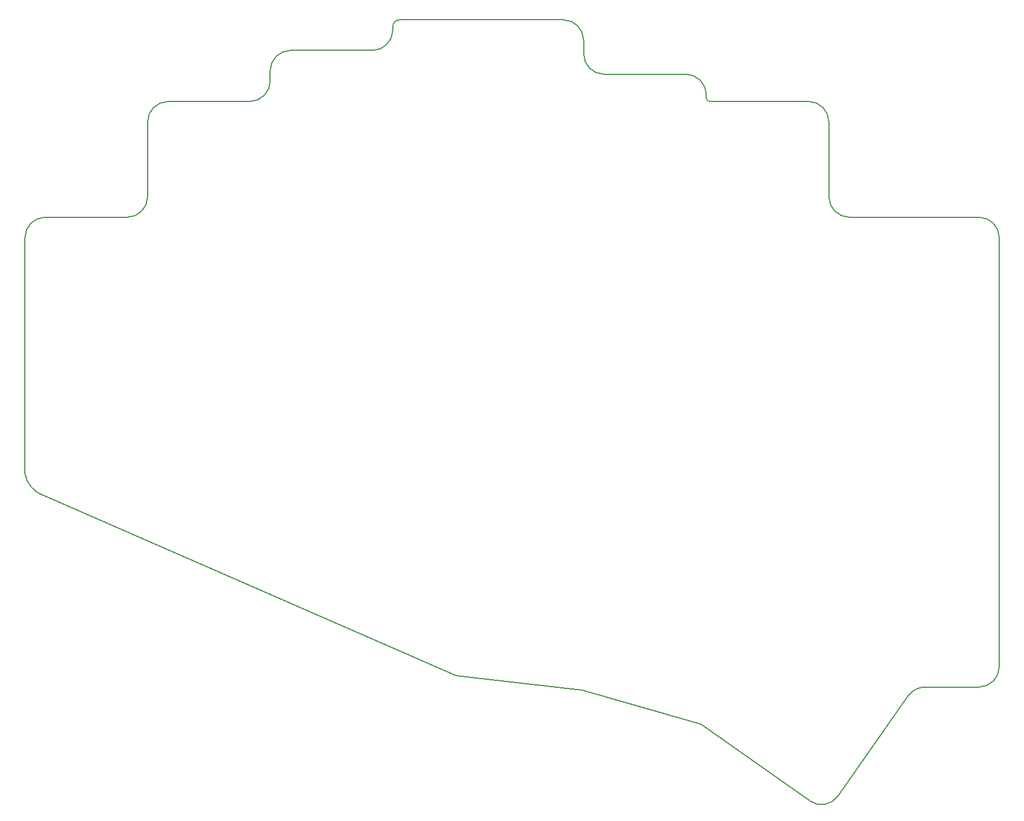
<source format=gbr>
%TF.GenerationSoftware,KiCad,Pcbnew,6.0.7-1.fc36*%
%TF.CreationDate,2022-09-26T09:29:46-04:00*%
%TF.ProjectId,junk,6a756e6b-2e6b-4696-9361-645f70636258,v1.0.0*%
%TF.SameCoordinates,Original*%
%TF.FileFunction,Profile,NP*%
%FSLAX46Y46*%
G04 Gerber Fmt 4.6, Leading zero omitted, Abs format (unit mm)*
G04 Created by KiCad (PCBNEW 6.0.7-1.fc36) date 2022-09-26 09:29:46*
%MOMM*%
%LPD*%
G01*
G04 APERTURE LIST*
%TA.AperFunction,Profile*%
%ADD10C,0.150000*%
%TD*%
G04 APERTURE END LIST*
D10*
X164470000Y-126430000D02*
X164470000Y-115430000D01*
X161470000Y-129430000D02*
G75*
G03*
X164470000Y-126430000I0J3000000D01*
G01*
X265824879Y-214410776D02*
X276118984Y-199709271D01*
X261646682Y-215147520D02*
G75*
G03*
X265824879Y-214410776I1720718J2457520D01*
G01*
X228470000Y-103430000D02*
G75*
G03*
X225470000Y-100430000I-3000000J0D01*
G01*
X167470000Y-112430000D02*
G75*
G03*
X164470000Y-115430000I0J-3000000D01*
G01*
X146469972Y-167050005D02*
G75*
G03*
X149188983Y-170299661I4169728J726505D01*
G01*
X197470000Y-104930000D02*
G75*
G03*
X200470000Y-101930000I0J3000000D01*
G01*
X289470000Y-195430000D02*
X289470000Y-132430000D01*
X264470000Y-115430000D02*
G75*
G03*
X261470000Y-112430000I-3000000J0D01*
G01*
X149470000Y-129430000D02*
X161470000Y-129430000D01*
X201470000Y-100430000D02*
X225470000Y-100430000D01*
X246470000Y-111430000D02*
G75*
G03*
X243470000Y-108430000I-3000000J0D01*
G01*
X149470000Y-129430000D02*
G75*
G03*
X146470000Y-132430000I0J-3000000D01*
G01*
X209780000Y-196720000D02*
X149188983Y-170299661D01*
X179470000Y-112430000D02*
G75*
G03*
X182470000Y-109430000I0J3000000D01*
G01*
X200470000Y-101930000D02*
X200470000Y-101430000D01*
X201470000Y-100430000D02*
G75*
G03*
X200470000Y-101430000I0J-1000000D01*
G01*
X228470000Y-105430000D02*
G75*
G03*
X231470000Y-108430000I3000000J0D01*
G01*
X182470000Y-109430000D02*
X182470000Y-107930000D01*
X167470000Y-112430000D02*
X179470000Y-112430000D01*
X267470000Y-129430000D02*
X286470000Y-129430000D01*
X209780000Y-196720000D02*
X228250000Y-198850000D01*
X231470000Y-108430000D02*
X243470000Y-108430000D01*
X185470000Y-104930000D02*
X197470000Y-104930000D01*
X286470000Y-198430000D02*
X278576440Y-198430000D01*
X245710000Y-203830000D02*
X261646694Y-215147503D01*
X264470000Y-126430000D02*
G75*
G03*
X267470000Y-129430000I3000000J0D01*
G01*
X286470000Y-198430000D02*
G75*
G03*
X289470000Y-195430000I0J3000000D01*
G01*
X228470000Y-103430000D02*
X228470000Y-105430000D01*
X185470000Y-104930000D02*
G75*
G03*
X182470000Y-107930000I0J-3000000D01*
G01*
X289470000Y-132430000D02*
G75*
G03*
X286470000Y-129430000I-3000000J0D01*
G01*
X146470000Y-167050000D02*
X146470000Y-132430000D01*
X278576440Y-198429994D02*
G75*
G03*
X276118984Y-199709271I60J-3000106D01*
G01*
X246470000Y-111430000D02*
X246470000Y-111930000D01*
X246470000Y-111930000D02*
G75*
G03*
X246970000Y-112430000I500000J0D01*
G01*
X228250000Y-198850000D02*
X245710000Y-203830000D01*
X264470000Y-126430000D02*
X264470000Y-115430000D01*
X246970000Y-112430000D02*
X261470000Y-112430000D01*
M02*

</source>
